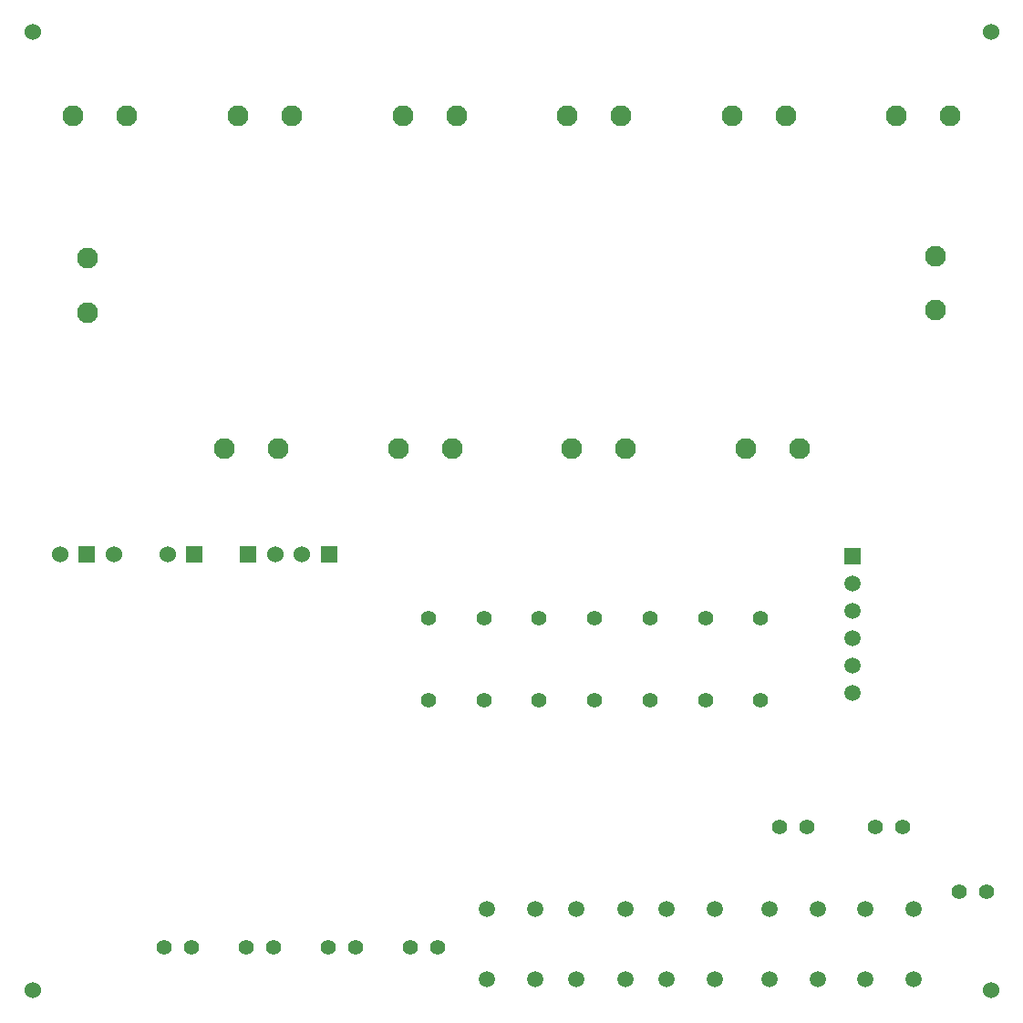
<source format=gbr>
%TF.GenerationSoftware,Altium Limited,Altium Designer,21.8.1 (53)*%
G04 Layer_Color=255*
%FSLAX43Y43*%
%MOMM*%
%TF.SameCoordinates,048A42BD-2BC6-4B9E-88CB-C2FB4D5E15D7*%
%TF.FilePolarity,Positive*%
%TF.FileFunction,Pads,Top*%
%TF.Part,Single*%
G01*
G75*
%TA.AperFunction,ViaPad*%
%ADD13C,1.524*%
%TA.AperFunction,ComponentPad*%
%ADD14C,1.950*%
%ADD15C,1.500*%
%ADD16R,1.524X1.524*%
%ADD17C,1.524*%
%ADD18R,1.500X1.500*%
%ADD19C,1.416*%
%ADD20C,1.400*%
D13*
X92000Y92000D02*
D03*
X3000D02*
D03*
X92000Y3000D02*
D03*
X3000D02*
D03*
D14*
X88220Y84202D02*
D03*
X83220D02*
D03*
X72932D02*
D03*
X67932D02*
D03*
X57644D02*
D03*
X52644D02*
D03*
X42356D02*
D03*
X37356D02*
D03*
X27068D02*
D03*
X22068D02*
D03*
X11780D02*
D03*
X6780D02*
D03*
X8130Y70968D02*
D03*
Y65968D02*
D03*
X86870Y66158D02*
D03*
Y71158D02*
D03*
X69193Y53324D02*
D03*
X74193D02*
D03*
X53064D02*
D03*
X58064D02*
D03*
X36935D02*
D03*
X41935D02*
D03*
X20806D02*
D03*
X25806D02*
D03*
D15*
X53521Y4050D02*
D03*
Y10550D02*
D03*
X58021Y4050D02*
D03*
Y10550D02*
D03*
X71410Y4050D02*
D03*
Y10550D02*
D03*
X75910Y4050D02*
D03*
Y10550D02*
D03*
X79121Y30654D02*
D03*
Y33194D02*
D03*
Y35734D02*
D03*
Y38274D02*
D03*
Y40814D02*
D03*
X61885Y4050D02*
D03*
Y10550D02*
D03*
X66385Y4050D02*
D03*
Y10550D02*
D03*
X45157Y4050D02*
D03*
Y10550D02*
D03*
X49657Y4050D02*
D03*
Y10550D02*
D03*
X80300Y4050D02*
D03*
Y10550D02*
D03*
X84800Y4050D02*
D03*
Y10550D02*
D03*
D16*
X23030Y43504D02*
D03*
X30530D02*
D03*
X18030D02*
D03*
X8030D02*
D03*
D17*
X25530D02*
D03*
X28030D02*
D03*
X15530D02*
D03*
X10530D02*
D03*
X5530D02*
D03*
D18*
X79121Y43354D02*
D03*
D19*
X89027Y12192D02*
D03*
X91567D02*
D03*
X81264Y18161D02*
D03*
X83804D02*
D03*
X15240Y6985D02*
D03*
X17780D02*
D03*
X22860D02*
D03*
X25400D02*
D03*
X30480D02*
D03*
X33020D02*
D03*
X38100D02*
D03*
X40640D02*
D03*
X72374Y18161D02*
D03*
X74914D02*
D03*
D20*
X60326Y29972D02*
D03*
Y37592D02*
D03*
X65469Y29972D02*
D03*
Y37592D02*
D03*
X39752Y29972D02*
D03*
Y37592D02*
D03*
X55182Y29972D02*
D03*
Y37592D02*
D03*
X70613Y29972D02*
D03*
Y37592D02*
D03*
X44896Y29972D02*
D03*
Y37592D02*
D03*
X50039Y29972D02*
D03*
Y37592D02*
D03*
%TF.MD5,177dbe7ae20607256996de8499245b60*%
M02*

</source>
